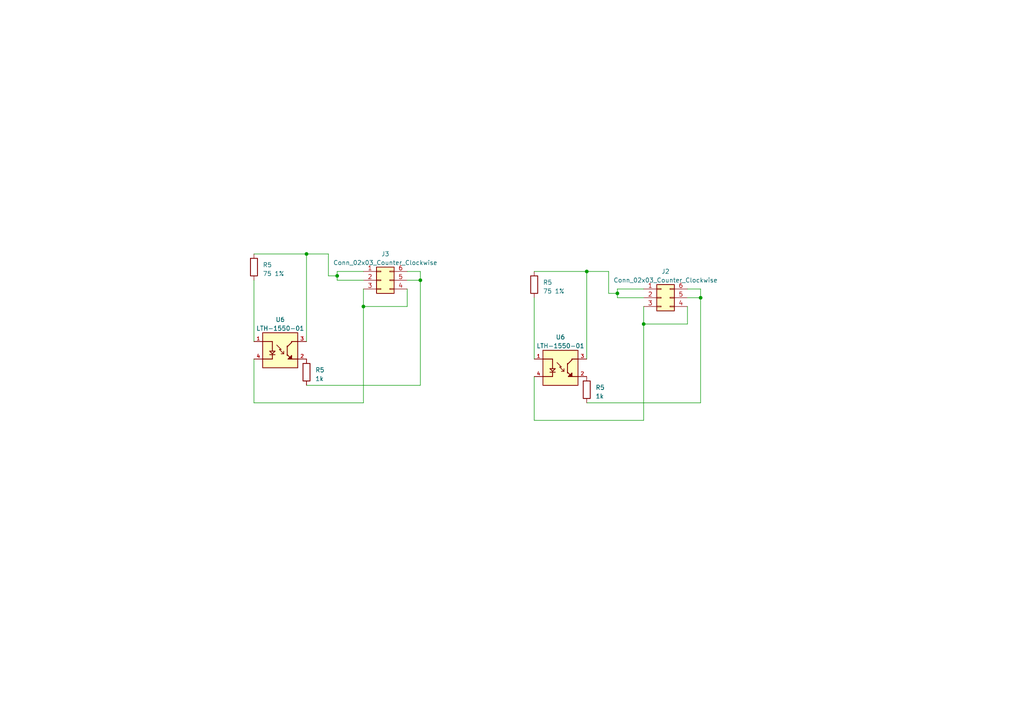
<source format=kicad_sch>
(kicad_sch (version 20230121) (generator eeschema)

  (uuid 05934175-5383-4dfa-aaee-91578b6f3476)

  (paper "A4")

  (lib_symbols
    (symbol "Connector_Generic:Conn_02x03_Counter_Clockwise" (pin_names (offset 1.016) hide) (in_bom yes) (on_board yes)
      (property "Reference" "J" (at 1.27 5.08 0)
        (effects (font (size 1.27 1.27)))
      )
      (property "Value" "Conn_02x03_Counter_Clockwise" (at 1.27 -5.08 0)
        (effects (font (size 1.27 1.27)))
      )
      (property "Footprint" "" (at 0 0 0)
        (effects (font (size 1.27 1.27)) hide)
      )
      (property "Datasheet" "~" (at 0 0 0)
        (effects (font (size 1.27 1.27)) hide)
      )
      (property "ki_keywords" "connector" (at 0 0 0)
        (effects (font (size 1.27 1.27)) hide)
      )
      (property "ki_description" "Generic connector, double row, 02x03, counter clockwise pin numbering scheme (similar to DIP package numbering), script generated (kicad-library-utils/schlib/autogen/connector/)" (at 0 0 0)
        (effects (font (size 1.27 1.27)) hide)
      )
      (property "ki_fp_filters" "Connector*:*_2x??_*" (at 0 0 0)
        (effects (font (size 1.27 1.27)) hide)
      )
      (symbol "Conn_02x03_Counter_Clockwise_1_1"
        (rectangle (start -1.27 -2.413) (end 0 -2.667)
          (stroke (width 0.1524) (type default))
          (fill (type none))
        )
        (rectangle (start -1.27 0.127) (end 0 -0.127)
          (stroke (width 0.1524) (type default))
          (fill (type none))
        )
        (rectangle (start -1.27 2.667) (end 0 2.413)
          (stroke (width 0.1524) (type default))
          (fill (type none))
        )
        (rectangle (start -1.27 3.81) (end 3.81 -3.81)
          (stroke (width 0.254) (type default))
          (fill (type background))
        )
        (rectangle (start 3.81 -2.413) (end 2.54 -2.667)
          (stroke (width 0.1524) (type default))
          (fill (type none))
        )
        (rectangle (start 3.81 0.127) (end 2.54 -0.127)
          (stroke (width 0.1524) (type default))
          (fill (type none))
        )
        (rectangle (start 3.81 2.667) (end 2.54 2.413)
          (stroke (width 0.1524) (type default))
          (fill (type none))
        )
        (pin passive line (at -5.08 2.54 0) (length 3.81)
          (name "Pin_1" (effects (font (size 1.27 1.27))))
          (number "1" (effects (font (size 1.27 1.27))))
        )
        (pin passive line (at -5.08 0 0) (length 3.81)
          (name "Pin_2" (effects (font (size 1.27 1.27))))
          (number "2" (effects (font (size 1.27 1.27))))
        )
        (pin passive line (at -5.08 -2.54 0) (length 3.81)
          (name "Pin_3" (effects (font (size 1.27 1.27))))
          (number "3" (effects (font (size 1.27 1.27))))
        )
        (pin passive line (at 7.62 -2.54 180) (length 3.81)
          (name "Pin_4" (effects (font (size 1.27 1.27))))
          (number "4" (effects (font (size 1.27 1.27))))
        )
        (pin passive line (at 7.62 0 180) (length 3.81)
          (name "Pin_5" (effects (font (size 1.27 1.27))))
          (number "5" (effects (font (size 1.27 1.27))))
        )
        (pin passive line (at 7.62 2.54 180) (length 3.81)
          (name "Pin_6" (effects (font (size 1.27 1.27))))
          (number "6" (effects (font (size 1.27 1.27))))
        )
      )
    )
    (symbol "Device:R" (pin_numbers hide) (pin_names (offset 0)) (in_bom yes) (on_board yes)
      (property "Reference" "R" (at 2.032 0 90)
        (effects (font (size 1.27 1.27)))
      )
      (property "Value" "R" (at 0 0 90)
        (effects (font (size 1.27 1.27)))
      )
      (property "Footprint" "" (at -1.778 0 90)
        (effects (font (size 1.27 1.27)) hide)
      )
      (property "Datasheet" "~" (at 0 0 0)
        (effects (font (size 1.27 1.27)) hide)
      )
      (property "ki_keywords" "R res resistor" (at 0 0 0)
        (effects (font (size 1.27 1.27)) hide)
      )
      (property "ki_description" "Resistor" (at 0 0 0)
        (effects (font (size 1.27 1.27)) hide)
      )
      (property "ki_fp_filters" "R_*" (at 0 0 0)
        (effects (font (size 1.27 1.27)) hide)
      )
      (symbol "R_0_1"
        (rectangle (start -1.016 -2.54) (end 1.016 2.54)
          (stroke (width 0.254) (type default))
          (fill (type none))
        )
      )
      (symbol "R_1_1"
        (pin passive line (at 0 3.81 270) (length 1.27)
          (name "~" (effects (font (size 1.27 1.27))))
          (number "1" (effects (font (size 1.27 1.27))))
        )
        (pin passive line (at 0 -3.81 90) (length 1.27)
          (name "~" (effects (font (size 1.27 1.27))))
          (number "2" (effects (font (size 1.27 1.27))))
        )
      )
    )
    (symbol "LTH-1550-01:LTH-1550-01" (pin_names (offset 1.016)) (in_bom yes) (on_board yes)
      (property "Reference" "U" (at -5.0872 5.0872 0)
        (effects (font (size 1.27 1.27)) (justify left bottom))
      )
      (property "Value" "LTH-1550-01" (at -5.0878 -7.6317 0)
        (effects (font (size 1.27 1.27)) (justify left bottom))
      )
      (property "Footprint" "PHOTOINTERRUPTER_LTH-1550-01" (at 0 0 0)
        (effects (font (size 1.27 1.27)) (justify bottom) hide)
      )
      (property "Datasheet" "" (at 0 0 0)
        (effects (font (size 1.27 1.27)) hide)
      )
      (property "STANDARD" "IPC7251" (at 0 0 0)
        (effects (font (size 1.27 1.27)) (justify bottom) hide)
      )
      (property "MANUFACTURER" "Liteon" (at 0 0 0)
        (effects (font (size 1.27 1.27)) (justify bottom) hide)
      )
      (symbol "LTH-1550-01_0_0"
        (rectangle (start -5.08 -5.08) (end 5.08 5.08)
          (stroke (width 0.254) (type default))
          (fill (type background))
        )
        (polyline
          (pts
            (xy -5.08 2.54)
            (xy -2.286 2.54)
          )
          (stroke (width 0.254) (type default))
          (fill (type none))
        )
        (polyline
          (pts
            (xy -3.048 -1.27)
            (xy -1.524 -1.27)
          )
          (stroke (width 0.254) (type default))
          (fill (type none))
        )
        (polyline
          (pts
            (xy -3.048 -0.254)
            (xy -2.286 -1.016)
          )
          (stroke (width 0.254) (type default))
          (fill (type none))
        )
        (polyline
          (pts
            (xy -2.286 -2.54)
            (xy -5.08 -2.54)
          )
          (stroke (width 0.254) (type default))
          (fill (type none))
        )
        (polyline
          (pts
            (xy -2.286 -1.27)
            (xy -2.286 -2.54)
          )
          (stroke (width 0.254) (type default))
          (fill (type none))
        )
        (polyline
          (pts
            (xy -2.286 -1.016)
            (xy -1.524 -0.254)
          )
          (stroke (width 0.254) (type default))
          (fill (type none))
        )
        (polyline
          (pts
            (xy -2.286 -0.254)
            (xy -3.048 -0.254)
          )
          (stroke (width 0.254) (type default))
          (fill (type none))
        )
        (polyline
          (pts
            (xy -2.286 -0.254)
            (xy -1.524 -0.254)
          )
          (stroke (width 0.254) (type default))
          (fill (type none))
        )
        (polyline
          (pts
            (xy -2.286 2.54)
            (xy -2.286 -0.254)
          )
          (stroke (width 0.254) (type default))
          (fill (type none))
        )
        (polyline
          (pts
            (xy -1.016 1.524)
            (xy 0.254 0.254)
          )
          (stroke (width 0.2032) (type default))
          (fill (type none))
        )
        (polyline
          (pts
            (xy -0.254 0.254)
            (xy 1.016 -1.016)
          )
          (stroke (width 0.2032) (type default))
          (fill (type none))
        )
        (polyline
          (pts
            (xy 0.254 0.254)
            (xy -0.254 0.254)
          )
          (stroke (width 0.2032) (type default))
          (fill (type none))
        )
        (polyline
          (pts
            (xy 1.016 -1.016)
            (xy 0.254 -1.016)
          )
          (stroke (width 0.2032) (type default))
          (fill (type none))
        )
        (polyline
          (pts
            (xy 1.016 -1.016)
            (xy 1.016 -0.254)
          )
          (stroke (width 0.2032) (type default))
          (fill (type none))
        )
        (polyline
          (pts
            (xy 2.032 -1.27)
            (xy 2.032 -1.524)
          )
          (stroke (width 0.254) (type default))
          (fill (type none))
        )
        (polyline
          (pts
            (xy 2.032 -1.27)
            (xy 3.302 -2.54)
          )
          (stroke (width 0.254) (type default))
          (fill (type none))
        )
        (polyline
          (pts
            (xy 2.032 1.016)
            (xy 2.032 -1.27)
          )
          (stroke (width 0.254) (type default))
          (fill (type none))
        )
        (polyline
          (pts
            (xy 2.032 1.016)
            (xy 2.032 1.27)
          )
          (stroke (width 0.254) (type default))
          (fill (type none))
        )
        (polyline
          (pts
            (xy 2.286 -2.54)
            (xy 3.048 -2.54)
          )
          (stroke (width 0.254) (type default))
          (fill (type none))
        )
        (polyline
          (pts
            (xy 2.54 -2.286)
            (xy 2.286 -2.54)
          )
          (stroke (width 0.254) (type default))
          (fill (type none))
        )
        (polyline
          (pts
            (xy 2.54 -2.286)
            (xy 2.794 -2.286)
          )
          (stroke (width 0.254) (type default))
          (fill (type none))
        )
        (polyline
          (pts
            (xy 2.794 -2.286)
            (xy 3.048 -2.54)
          )
          (stroke (width 0.254) (type default))
          (fill (type none))
        )
        (polyline
          (pts
            (xy 3.048 -2.54)
            (xy 3.048 -2.032)
          )
          (stroke (width 0.254) (type default))
          (fill (type none))
        )
        (polyline
          (pts
            (xy 3.048 -2.54)
            (xy 3.302 -2.54)
          )
          (stroke (width 0.254) (type default))
          (fill (type none))
        )
        (polyline
          (pts
            (xy 3.048 -2.032)
            (xy 2.794 -2.286)
          )
          (stroke (width 0.254) (type default))
          (fill (type none))
        )
        (polyline
          (pts
            (xy 3.048 -2.032)
            (xy 3.302 -1.778)
          )
          (stroke (width 0.254) (type default))
          (fill (type none))
        )
        (polyline
          (pts
            (xy 3.302 -2.54)
            (xy 3.302 -2.286)
          )
          (stroke (width 0.254) (type default))
          (fill (type none))
        )
        (polyline
          (pts
            (xy 3.302 -2.54)
            (xy 5.08 -2.54)
          )
          (stroke (width 0.254) (type default))
          (fill (type none))
        )
        (polyline
          (pts
            (xy 3.302 -2.286)
            (xy 3.048 -2.032)
          )
          (stroke (width 0.254) (type default))
          (fill (type none))
        )
        (polyline
          (pts
            (xy 3.302 -2.286)
            (xy 3.302 -1.778)
          )
          (stroke (width 0.254) (type default))
          (fill (type none))
        )
        (polyline
          (pts
            (xy 3.302 -1.778)
            (xy 3.302 -1.524)
          )
          (stroke (width 0.254) (type default))
          (fill (type none))
        )
        (polyline
          (pts
            (xy 3.302 -1.524)
            (xy 2.54 -2.286)
          )
          (stroke (width 0.254) (type default))
          (fill (type none))
        )
        (polyline
          (pts
            (xy 3.302 2.286)
            (xy 2.032 1.016)
          )
          (stroke (width 0.254) (type default))
          (fill (type none))
        )
        (polyline
          (pts
            (xy 3.302 2.54)
            (xy 3.302 2.286)
          )
          (stroke (width 0.254) (type default))
          (fill (type none))
        )
        (polyline
          (pts
            (xy 5.08 2.54)
            (xy 3.302 2.54)
          )
          (stroke (width 0.254) (type default))
          (fill (type none))
        )
        (pin passive line (at -7.62 2.54 0) (length 2.54)
          (name "~" (effects (font (size 1.016 1.016))))
          (number "1" (effects (font (size 1.016 1.016))))
        )
        (pin passive line (at 7.62 -2.54 180) (length 2.54)
          (name "~" (effects (font (size 1.016 1.016))))
          (number "2" (effects (font (size 1.016 1.016))))
        )
        (pin passive line (at 7.62 2.54 180) (length 2.54)
          (name "~" (effects (font (size 1.016 1.016))))
          (number "3" (effects (font (size 1.016 1.016))))
        )
        (pin passive line (at -7.62 -2.54 0) (length 2.54)
          (name "~" (effects (font (size 1.016 1.016))))
          (number "4" (effects (font (size 1.016 1.016))))
        )
      )
    )
  )

  (junction (at 186.69 93.98) (diameter 0) (color 0 0 0 0)
    (uuid 0447df48-da46-466a-b904-4fae8eb33afb)
  )
  (junction (at 170.18 78.74) (diameter 0) (color 0 0 0 0)
    (uuid 0bd95b9b-ebca-4eb0-ac5f-54b79217aedb)
  )
  (junction (at 105.41 88.9) (diameter 0) (color 0 0 0 0)
    (uuid 45d5e7df-bb24-400f-be91-29434ab80c64)
  )
  (junction (at 88.9 73.66) (diameter 0) (color 0 0 0 0)
    (uuid 7eda80d3-fb95-4a43-8ed0-f3243cd1563c)
  )
  (junction (at 121.92 81.28) (diameter 0) (color 0 0 0 0)
    (uuid 83a48d99-e6d6-4de3-8b77-e885a36799d7)
  )
  (junction (at 203.2 86.36) (diameter 0) (color 0 0 0 0)
    (uuid c1c8d727-65ae-481b-9444-d35a294ed090)
  )
  (junction (at 179.07 85.09) (diameter 0) (color 0 0 0 0)
    (uuid c7dd2c16-01fa-4bc6-aaee-1b7d89522779)
  )
  (junction (at 97.79 80.01) (diameter 0) (color 0 0 0 0)
    (uuid dbe910fd-913f-4cb8-8358-2dc0089e1003)
  )

  (wire (pts (xy 154.94 86.36) (xy 154.94 104.14))
    (stroke (width 0) (type default))
    (uuid 067338cc-ca7d-4f2a-949c-9efe3055b225)
  )
  (wire (pts (xy 88.9 73.66) (xy 88.9 99.06))
    (stroke (width 0) (type default))
    (uuid 06a5befa-e8bc-4ccb-bda4-9cfe539c3c73)
  )
  (wire (pts (xy 97.79 78.74) (xy 97.79 80.01))
    (stroke (width 0) (type default))
    (uuid 06dbbf7b-0857-454a-8cb4-2cbad6859f9d)
  )
  (wire (pts (xy 179.07 85.09) (xy 176.53 85.09))
    (stroke (width 0) (type default))
    (uuid 0d6972ff-9ec8-4bbe-b386-4423d9b0ac9d)
  )
  (wire (pts (xy 105.41 81.28) (xy 97.79 81.28))
    (stroke (width 0) (type default))
    (uuid 0fd3f5cf-b4df-4f8a-b861-c046f56d3637)
  )
  (wire (pts (xy 199.39 93.98) (xy 186.69 93.98))
    (stroke (width 0) (type default))
    (uuid 10a17d33-7583-4496-82df-cb4e9eb63a66)
  )
  (wire (pts (xy 88.9 73.66) (xy 73.66 73.66))
    (stroke (width 0) (type default))
    (uuid 141719b5-28da-4b61-bae7-dbc456381f9d)
  )
  (wire (pts (xy 95.25 73.66) (xy 88.9 73.66))
    (stroke (width 0) (type default))
    (uuid 1ba3354c-76a2-4fc9-928d-c2b88b36b01a)
  )
  (wire (pts (xy 186.69 86.36) (xy 179.07 86.36))
    (stroke (width 0) (type default))
    (uuid 1befdb12-0077-4dfc-ae74-45c3652a6a26)
  )
  (wire (pts (xy 73.66 81.28) (xy 73.66 99.06))
    (stroke (width 0) (type default))
    (uuid 2c0cdf61-d98c-4d41-a774-ccea48744eec)
  )
  (wire (pts (xy 118.11 78.74) (xy 121.92 78.74))
    (stroke (width 0) (type default))
    (uuid 2dd1aa31-e47a-49ae-a1f1-c93837840544)
  )
  (wire (pts (xy 95.25 80.01) (xy 95.25 73.66))
    (stroke (width 0) (type default))
    (uuid 3620ea46-88c7-46a0-85ca-fb62a54232c8)
  )
  (wire (pts (xy 97.79 80.01) (xy 97.79 81.28))
    (stroke (width 0) (type default))
    (uuid 3a084d15-24fb-494c-a9a9-1348a826c60d)
  )
  (wire (pts (xy 186.69 121.92) (xy 186.69 93.98))
    (stroke (width 0) (type default))
    (uuid 3cca3953-8775-496d-bd7d-18690c34b2c8)
  )
  (wire (pts (xy 154.94 109.22) (xy 154.94 121.92))
    (stroke (width 0) (type default))
    (uuid 3d4f31b2-7cf4-459d-ab02-fed2f6d5f2b1)
  )
  (wire (pts (xy 170.18 78.74) (xy 170.18 104.14))
    (stroke (width 0) (type default))
    (uuid 3e4beeae-d0bf-4a95-b690-7fac5ea1d49f)
  )
  (wire (pts (xy 186.69 83.82) (xy 179.07 83.82))
    (stroke (width 0) (type default))
    (uuid 48d02440-1e5c-448c-af2e-8696ac0e6706)
  )
  (wire (pts (xy 88.9 111.76) (xy 121.92 111.76))
    (stroke (width 0) (type default))
    (uuid 4a26d1a5-095f-46da-a926-a72a5ccbcbb7)
  )
  (wire (pts (xy 170.18 116.84) (xy 203.2 116.84))
    (stroke (width 0) (type default))
    (uuid 548f8ba0-7694-4c6a-8705-1f9d64550aea)
  )
  (wire (pts (xy 73.66 104.14) (xy 73.66 116.84))
    (stroke (width 0) (type default))
    (uuid 5b631fd7-4a48-4106-841d-2fff1af72c3e)
  )
  (wire (pts (xy 118.11 83.82) (xy 118.11 88.9))
    (stroke (width 0) (type default))
    (uuid 6ce14259-d9e3-4003-8ddf-4b9ede9fd51d)
  )
  (wire (pts (xy 186.69 93.98) (xy 186.69 88.9))
    (stroke (width 0) (type default))
    (uuid 71f92702-63e2-4e34-a2ac-77f9b3f5c550)
  )
  (wire (pts (xy 170.18 78.74) (xy 154.94 78.74))
    (stroke (width 0) (type default))
    (uuid 843d20e0-6f15-4a5b-be21-066f663163fc)
  )
  (wire (pts (xy 203.2 83.82) (xy 203.2 86.36))
    (stroke (width 0) (type default))
    (uuid 8b818950-ebc8-4fac-b2d5-f543fb6e3275)
  )
  (wire (pts (xy 179.07 83.82) (xy 179.07 85.09))
    (stroke (width 0) (type default))
    (uuid 8d14ffd9-9ac6-428a-abad-012ed665c873)
  )
  (wire (pts (xy 179.07 85.09) (xy 179.07 86.36))
    (stroke (width 0) (type default))
    (uuid 8f6720fc-7751-4305-98da-9f936edeb0bd)
  )
  (wire (pts (xy 176.53 78.74) (xy 170.18 78.74))
    (stroke (width 0) (type default))
    (uuid 9c507f95-0617-41a4-bf87-5bda185ec3ab)
  )
  (wire (pts (xy 105.41 78.74) (xy 97.79 78.74))
    (stroke (width 0) (type default))
    (uuid ab397db1-c5c8-4793-9606-0c7c5d929221)
  )
  (wire (pts (xy 73.66 116.84) (xy 105.41 116.84))
    (stroke (width 0) (type default))
    (uuid ae2471e7-9c2f-4dfb-aea9-7f01db73cd45)
  )
  (wire (pts (xy 199.39 88.9) (xy 199.39 93.98))
    (stroke (width 0) (type default))
    (uuid b6338305-55ae-4102-a41e-e329559f3d69)
  )
  (wire (pts (xy 121.92 81.28) (xy 118.11 81.28))
    (stroke (width 0) (type default))
    (uuid b84012cd-bf65-471b-b1b1-adff18e934f5)
  )
  (wire (pts (xy 121.92 111.76) (xy 121.92 81.28))
    (stroke (width 0) (type default))
    (uuid be4b14fd-d157-4568-81df-566658275076)
  )
  (wire (pts (xy 118.11 88.9) (xy 105.41 88.9))
    (stroke (width 0) (type default))
    (uuid cc255566-daeb-4474-85cf-e36045e86ec7)
  )
  (wire (pts (xy 199.39 83.82) (xy 203.2 83.82))
    (stroke (width 0) (type default))
    (uuid cc528c44-c7a5-4aaa-b6d3-49830d932eb6)
  )
  (wire (pts (xy 97.79 80.01) (xy 95.25 80.01))
    (stroke (width 0) (type default))
    (uuid d429afd6-402d-4473-b49f-95ee31a73116)
  )
  (wire (pts (xy 105.41 116.84) (xy 105.41 88.9))
    (stroke (width 0) (type default))
    (uuid d510013a-6244-4db2-806e-e561a2f95b44)
  )
  (wire (pts (xy 121.92 78.74) (xy 121.92 81.28))
    (stroke (width 0) (type default))
    (uuid e2ff8ae8-9c98-41f5-83a8-5cee8519ee0e)
  )
  (wire (pts (xy 203.2 86.36) (xy 199.39 86.36))
    (stroke (width 0) (type default))
    (uuid e36fe57f-eff3-4b86-956a-eb6606cb4bb6)
  )
  (wire (pts (xy 176.53 85.09) (xy 176.53 78.74))
    (stroke (width 0) (type default))
    (uuid e79b0901-3998-4748-ae49-ac4577a9aa30)
  )
  (wire (pts (xy 203.2 116.84) (xy 203.2 86.36))
    (stroke (width 0) (type default))
    (uuid e9085673-cb29-4e53-a6b6-be0c69c4e95a)
  )
  (wire (pts (xy 105.41 88.9) (xy 105.41 83.82))
    (stroke (width 0) (type default))
    (uuid ef9e36f7-9ade-4cde-b29e-eb09cda3271b)
  )
  (wire (pts (xy 154.94 121.92) (xy 186.69 121.92))
    (stroke (width 0) (type default))
    (uuid f5658ffa-4c08-40a5-9d04-b03279be81f4)
  )

  (symbol (lib_id "Device:R") (at 154.94 82.55 0) (unit 1)
    (in_bom yes) (on_board yes) (dnp no) (fields_autoplaced)
    (uuid 0f564d06-7b3e-48db-bf5a-24568c684518)
    (property "Reference" "R5" (at 157.48 81.915 0)
      (effects (font (size 1.27 1.27)) (justify left))
    )
    (property "Value" "75 1%" (at 157.48 84.455 0)
      (effects (font (size 1.27 1.27)) (justify left))
    )
    (property "Footprint" "Resistor_THT:R_Axial_DIN0207_L6.3mm_D2.5mm_P7.62mm_Horizontal" (at 153.162 82.55 90)
      (effects (font (size 1.27 1.27)) hide)
    )
    (property "Datasheet" "~" (at 154.94 82.55 0)
      (effects (font (size 1.27 1.27)) hide)
    )
    (pin "1" (uuid 38105cb8-2d4f-4e52-8dcb-0728d959ed7b))
    (pin "2" (uuid 863cb102-539b-4e73-b10f-f1207939b961))
    (instances
      (project "trace"
        (path "/b57b6122-39ce-4138-9f08-aa5b76fd210a"
          (reference "R5") (unit 1)
        )
        (path "/b57b6122-39ce-4138-9f08-aa5b76fd210a/be0ccb68-b0f8-429c-bdf5-041d7733ea1f"
          (reference "R13") (unit 1)
        )
      )
    )
  )

  (symbol (lib_id "Device:R") (at 73.66 77.47 0) (unit 1)
    (in_bom yes) (on_board yes) (dnp no) (fields_autoplaced)
    (uuid 11562830-1c0a-4960-b6ba-b3fde6ecf21a)
    (property "Reference" "R5" (at 76.2 76.835 0)
      (effects (font (size 1.27 1.27)) (justify left))
    )
    (property "Value" "75 1%" (at 76.2 79.375 0)
      (effects (font (size 1.27 1.27)) (justify left))
    )
    (property "Footprint" "Resistor_THT:R_Axial_DIN0207_L6.3mm_D2.5mm_P7.62mm_Horizontal" (at 71.882 77.47 90)
      (effects (font (size 1.27 1.27)) hide)
    )
    (property "Datasheet" "~" (at 73.66 77.47 0)
      (effects (font (size 1.27 1.27)) hide)
    )
    (pin "1" (uuid 06c2afd3-f98c-49d3-958f-641ff3965708))
    (pin "2" (uuid 70c25389-8edf-4410-bf8e-012488a7760d))
    (instances
      (project "trace"
        (path "/b57b6122-39ce-4138-9f08-aa5b76fd210a"
          (reference "R5") (unit 1)
        )
        (path "/b57b6122-39ce-4138-9f08-aa5b76fd210a/be0ccb68-b0f8-429c-bdf5-041d7733ea1f"
          (reference "R9") (unit 1)
        )
      )
    )
  )

  (symbol (lib_id "Connector_Generic:Conn_02x03_Counter_Clockwise") (at 191.77 86.36 0) (unit 1)
    (in_bom yes) (on_board yes) (dnp no) (fields_autoplaced)
    (uuid 16e33197-4851-4e20-9390-15c354b0dd67)
    (property "Reference" "J2" (at 193.04 78.74 0)
      (effects (font (size 1.27 1.27)))
    )
    (property "Value" "Conn_02x03_Counter_Clockwise" (at 193.04 81.28 0)
      (effects (font (size 1.27 1.27)))
    )
    (property "Footprint" "Connector_PinHeader_2.54mm:PinHeader_2x03_P2.54mm_Vertical" (at 191.77 86.36 0)
      (effects (font (size 1.27 1.27)) hide)
    )
    (property "Datasheet" "~" (at 191.77 86.36 0)
      (effects (font (size 1.27 1.27)) hide)
    )
    (pin "1" (uuid 2adb2e11-6dee-45c9-8b36-2c7029237628))
    (pin "2" (uuid 63739e5a-232f-4aee-a33b-7cfca40900ee))
    (pin "3" (uuid 475c278c-365e-4859-bfc5-7b944cc7dbd9))
    (pin "4" (uuid ccb3c8d3-a652-47dd-bd00-8753e5501d13))
    (pin "5" (uuid 31db04a2-b1cc-4fbe-8d14-c1e0ed60cd8d))
    (pin "6" (uuid d59f1d33-074f-4261-8259-9cf7039ac0a5))
    (instances
      (project "trace"
        (path "/b57b6122-39ce-4138-9f08-aa5b76fd210a/be0ccb68-b0f8-429c-bdf5-041d7733ea1f"
          (reference "J2") (unit 1)
        )
      )
    )
  )

  (symbol (lib_id "Device:R") (at 88.9 107.95 0) (unit 1)
    (in_bom yes) (on_board yes) (dnp no) (fields_autoplaced)
    (uuid 672a3751-253a-46dc-ade4-5270d0117321)
    (property "Reference" "R5" (at 91.44 107.315 0)
      (effects (font (size 1.27 1.27)) (justify left))
    )
    (property "Value" "1k" (at 91.44 109.855 0)
      (effects (font (size 1.27 1.27)) (justify left))
    )
    (property "Footprint" "Resistor_THT:R_Axial_DIN0207_L6.3mm_D2.5mm_P7.62mm_Horizontal" (at 87.122 107.95 90)
      (effects (font (size 1.27 1.27)) hide)
    )
    (property "Datasheet" "~" (at 88.9 107.95 0)
      (effects (font (size 1.27 1.27)) hide)
    )
    (pin "1" (uuid d944b7c6-085c-49d9-898a-0894b348f53c))
    (pin "2" (uuid c3559440-8ddf-41cb-89a5-649b15de4af7))
    (instances
      (project "trace"
        (path "/b57b6122-39ce-4138-9f08-aa5b76fd210a"
          (reference "R5") (unit 1)
        )
        (path "/b57b6122-39ce-4138-9f08-aa5b76fd210a/be0ccb68-b0f8-429c-bdf5-041d7733ea1f"
          (reference "R12") (unit 1)
        )
      )
    )
  )

  (symbol (lib_id "Device:R") (at 170.18 113.03 0) (unit 1)
    (in_bom yes) (on_board yes) (dnp no) (fields_autoplaced)
    (uuid 7ec2dd77-5a82-4b86-a0fa-92bfcc849270)
    (property "Reference" "R5" (at 172.72 112.395 0)
      (effects (font (size 1.27 1.27)) (justify left))
    )
    (property "Value" "1k" (at 172.72 114.935 0)
      (effects (font (size 1.27 1.27)) (justify left))
    )
    (property "Footprint" "Resistor_THT:R_Axial_DIN0207_L6.3mm_D2.5mm_P7.62mm_Horizontal" (at 168.402 113.03 90)
      (effects (font (size 1.27 1.27)) hide)
    )
    (property "Datasheet" "~" (at 170.18 113.03 0)
      (effects (font (size 1.27 1.27)) hide)
    )
    (pin "1" (uuid e15bee7f-5b85-44c9-bf5e-8bab3e5932c0))
    (pin "2" (uuid 420adeae-031c-41a7-b26f-5c93eebb4529))
    (instances
      (project "trace"
        (path "/b57b6122-39ce-4138-9f08-aa5b76fd210a"
          (reference "R5") (unit 1)
        )
        (path "/b57b6122-39ce-4138-9f08-aa5b76fd210a/be0ccb68-b0f8-429c-bdf5-041d7733ea1f"
          (reference "R14") (unit 1)
        )
      )
    )
  )

  (symbol (lib_id "LTH-1550-01:LTH-1550-01") (at 162.56 106.68 0) (unit 1)
    (in_bom yes) (on_board yes) (dnp no) (fields_autoplaced)
    (uuid a0a58a87-ac50-4b4a-b1ed-6cbcef962b0a)
    (property "Reference" "U6" (at 162.56 97.79 0)
      (effects (font (size 1.27 1.27)))
    )
    (property "Value" "LTH-1550-01" (at 162.56 100.33 0)
      (effects (font (size 1.27 1.27)))
    )
    (property "Footprint" "LTH-1550-01:PHOTOINTERRUPTER_LTH-1550-01" (at 162.56 106.68 0)
      (effects (font (size 1.27 1.27)) (justify bottom) hide)
    )
    (property "Datasheet" "" (at 162.56 106.68 0)
      (effects (font (size 1.27 1.27)) hide)
    )
    (property "STANDARD" "IPC7251" (at 162.56 106.68 0)
      (effects (font (size 1.27 1.27)) (justify bottom) hide)
    )
    (property "MANUFACTURER" "Liteon" (at 162.56 106.68 0)
      (effects (font (size 1.27 1.27)) (justify bottom) hide)
    )
    (pin "1" (uuid 8524ad75-016e-4f74-850a-832b440800b9))
    (pin "2" (uuid 1fb7bc9a-1644-4f4c-ac9f-3af3d8867aed))
    (pin "3" (uuid c0592f58-eab2-4727-bcd2-330e22c029b1))
    (pin "4" (uuid 245a8d08-0bf3-4920-9989-9044a98d837d))
    (instances
      (project "trace"
        (path "/b57b6122-39ce-4138-9f08-aa5b76fd210a"
          (reference "U6") (unit 1)
        )
        (path "/b57b6122-39ce-4138-9f08-aa5b76fd210a/be0ccb68-b0f8-429c-bdf5-041d7733ea1f"
          (reference "U11") (unit 1)
        )
      )
    )
  )

  (symbol (lib_id "Connector_Generic:Conn_02x03_Counter_Clockwise") (at 110.49 81.28 0) (unit 1)
    (in_bom yes) (on_board yes) (dnp no) (fields_autoplaced)
    (uuid d78d62ba-a025-419f-8a40-5906e7f72b66)
    (property "Reference" "J3" (at 111.76 73.66 0)
      (effects (font (size 1.27 1.27)))
    )
    (property "Value" "Conn_02x03_Counter_Clockwise" (at 111.76 76.2 0)
      (effects (font (size 1.27 1.27)))
    )
    (property "Footprint" "Connector_PinHeader_2.54mm:PinHeader_2x03_P2.54mm_Vertical" (at 110.49 81.28 0)
      (effects (font (size 1.27 1.27)) hide)
    )
    (property "Datasheet" "~" (at 110.49 81.28 0)
      (effects (font (size 1.27 1.27)) hide)
    )
    (pin "1" (uuid 08366d7b-b091-4a11-aec8-4f61543b88e0))
    (pin "2" (uuid fa885500-03a5-4a5d-85ef-613cfc184026))
    (pin "3" (uuid db2e49c8-98b9-46ba-8597-54c3fba79722))
    (pin "4" (uuid eb11a033-6fac-4680-a180-ffb2325925ac))
    (pin "5" (uuid f8964458-4358-4927-8c65-f7d266b789f3))
    (pin "6" (uuid 6a3383e6-3c71-4213-90dd-0f53b7fba46b))
    (instances
      (project "trace"
        (path "/b57b6122-39ce-4138-9f08-aa5b76fd210a/be0ccb68-b0f8-429c-bdf5-041d7733ea1f"
          (reference "J3") (unit 1)
        )
      )
    )
  )

  (symbol (lib_id "LTH-1550-01:LTH-1550-01") (at 81.28 101.6 0) (unit 1)
    (in_bom yes) (on_board yes) (dnp no) (fields_autoplaced)
    (uuid ee94a999-f2d0-422d-9d4e-1e2749d77fbf)
    (property "Reference" "U6" (at 81.28 92.71 0)
      (effects (font (size 1.27 1.27)))
    )
    (property "Value" "LTH-1550-01" (at 81.28 95.25 0)
      (effects (font (size 1.27 1.27)))
    )
    (property "Footprint" "LTH-1550-01:PHOTOINTERRUPTER_LTH-1550-01" (at 81.28 101.6 0)
      (effects (font (size 1.27 1.27)) (justify bottom) hide)
    )
    (property "Datasheet" "" (at 81.28 101.6 0)
      (effects (font (size 1.27 1.27)) hide)
    )
    (property "STANDARD" "IPC7251" (at 81.28 101.6 0)
      (effects (font (size 1.27 1.27)) (justify bottom) hide)
    )
    (property "MANUFACTURER" "Liteon" (at 81.28 101.6 0)
      (effects (font (size 1.27 1.27)) (justify bottom) hide)
    )
    (pin "1" (uuid 86f504b6-8474-4a1d-be52-e789c17101b3))
    (pin "2" (uuid 6f9ae5cd-bb8c-42e5-b3fb-da8628a27305))
    (pin "3" (uuid cd09128a-2553-4ff8-b02b-ec19170ef9e4))
    (pin "4" (uuid a41ae6b8-c802-42c1-b6c4-ed9b04753fdb))
    (instances
      (project "trace"
        (path "/b57b6122-39ce-4138-9f08-aa5b76fd210a"
          (reference "U6") (unit 1)
        )
        (path "/b57b6122-39ce-4138-9f08-aa5b76fd210a/be0ccb68-b0f8-429c-bdf5-041d7733ea1f"
          (reference "U10") (unit 1)
        )
      )
    )
  )
)

</source>
